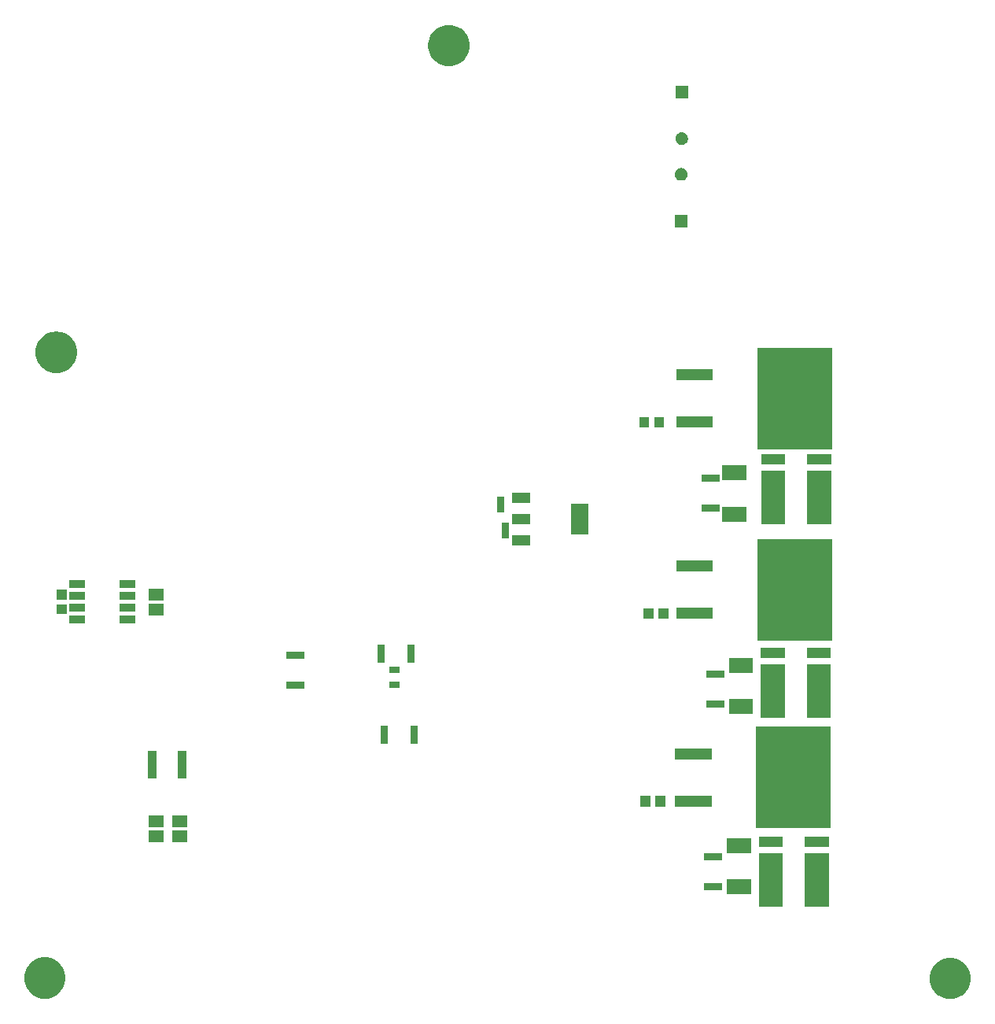
<source format=gbr>
G04 #@! TF.GenerationSoftware,KiCad,Pcbnew,5.0.2+dfsg1-1*
G04 #@! TF.CreationDate,2019-10-08T03:24:47-04:00*
G04 #@! TF.ProjectId,DSC_motor_controller,4453435f-6d6f-4746-9f72-5f636f6e7472,1*
G04 #@! TF.SameCoordinates,Original*
G04 #@! TF.FileFunction,Soldermask,Bot*
G04 #@! TF.FilePolarity,Negative*
%FSLAX46Y46*%
G04 Gerber Fmt 4.6, Leading zero omitted, Abs format (unit mm)*
G04 Created by KiCad (PCBNEW 5.0.2+dfsg1-1) date Tue 08 Oct 2019 03:24:47 AM EDT*
%MOMM*%
%LPD*%
G01*
G04 APERTURE LIST*
%ADD10C,0.100000*%
G04 APERTURE END LIST*
D10*
G36*
X186230466Y-136935974D02*
X186599359Y-137009351D01*
X187004501Y-137177167D01*
X187369120Y-137420797D01*
X187679203Y-137730880D01*
X187922833Y-138095499D01*
X188090649Y-138500641D01*
X188176200Y-138930738D01*
X188176200Y-139369262D01*
X188090649Y-139799359D01*
X187922833Y-140204501D01*
X187679203Y-140569120D01*
X187369120Y-140879203D01*
X187004501Y-141122833D01*
X186599359Y-141290649D01*
X186230466Y-141364026D01*
X186169263Y-141376200D01*
X185730737Y-141376200D01*
X185669534Y-141364026D01*
X185300641Y-141290649D01*
X184895499Y-141122833D01*
X184530880Y-140879203D01*
X184220797Y-140569120D01*
X183977167Y-140204501D01*
X183809351Y-139799359D01*
X183723800Y-139369262D01*
X183723800Y-138930738D01*
X183809351Y-138500641D01*
X183977167Y-138095499D01*
X184220797Y-137730880D01*
X184530880Y-137420797D01*
X184895499Y-137177167D01*
X185300641Y-137009351D01*
X185669534Y-136935974D01*
X185730737Y-136923800D01*
X186169263Y-136923800D01*
X186230466Y-136935974D01*
X186230466Y-136935974D01*
G37*
G36*
X88780466Y-136885974D02*
X89149359Y-136959351D01*
X89554501Y-137127167D01*
X89919120Y-137370797D01*
X90229203Y-137680880D01*
X90472833Y-138045499D01*
X90640649Y-138450641D01*
X90726200Y-138880738D01*
X90726200Y-139319262D01*
X90640649Y-139749359D01*
X90472833Y-140154501D01*
X90229203Y-140519120D01*
X89919120Y-140829203D01*
X89554501Y-141072833D01*
X89149359Y-141240649D01*
X88780466Y-141314026D01*
X88719263Y-141326200D01*
X88280737Y-141326200D01*
X88219534Y-141314026D01*
X87850641Y-141240649D01*
X87445499Y-141072833D01*
X87080880Y-140829203D01*
X86770797Y-140519120D01*
X86527167Y-140154501D01*
X86359351Y-139749359D01*
X86273800Y-139319262D01*
X86273800Y-138880738D01*
X86359351Y-138450641D01*
X86527167Y-138045499D01*
X86770797Y-137680880D01*
X87080880Y-137370797D01*
X87445499Y-137127167D01*
X87850641Y-136959351D01*
X88219534Y-136885974D01*
X88280737Y-136873800D01*
X88719263Y-136873800D01*
X88780466Y-136885974D01*
X88780466Y-136885974D01*
G37*
G36*
X167948200Y-131460200D02*
X165355800Y-131460200D01*
X165355800Y-125707800D01*
X167948200Y-125707800D01*
X167948200Y-131460200D01*
X167948200Y-131460200D01*
G37*
G36*
X172908200Y-131460200D02*
X170315800Y-131460200D01*
X170315800Y-125707800D01*
X172908200Y-125707800D01*
X172908200Y-131460200D01*
X172908200Y-131460200D01*
G37*
G36*
X164499200Y-130086200D02*
X161946800Y-130086200D01*
X161946800Y-128483800D01*
X164499200Y-128483800D01*
X164499200Y-130086200D01*
X164499200Y-130086200D01*
G37*
G36*
X161415200Y-129630200D02*
X159442800Y-129630200D01*
X159442800Y-128857800D01*
X161415200Y-128857800D01*
X161415200Y-129630200D01*
X161415200Y-129630200D01*
G37*
G36*
X161415200Y-126430200D02*
X159442800Y-126430200D01*
X159442800Y-125657800D01*
X161415200Y-125657800D01*
X161415200Y-126430200D01*
X161415200Y-126430200D01*
G37*
G36*
X164499200Y-125636200D02*
X161946800Y-125636200D01*
X161946800Y-124033800D01*
X164499200Y-124033800D01*
X164499200Y-125636200D01*
X164499200Y-125636200D01*
G37*
G36*
X172908200Y-124970200D02*
X170315800Y-124970200D01*
X170315800Y-123927800D01*
X172908200Y-123927800D01*
X172908200Y-124970200D01*
X172908200Y-124970200D01*
G37*
G36*
X167948200Y-124970200D02*
X165355800Y-124970200D01*
X165355800Y-123927800D01*
X167948200Y-123927800D01*
X167948200Y-124970200D01*
X167948200Y-124970200D01*
G37*
G36*
X101296200Y-124480200D02*
X99673800Y-124480200D01*
X99673800Y-123227800D01*
X101296200Y-123227800D01*
X101296200Y-124480200D01*
X101296200Y-124480200D01*
G37*
G36*
X103836200Y-124480200D02*
X102213800Y-124480200D01*
X102213800Y-123227800D01*
X103836200Y-123227800D01*
X103836200Y-124480200D01*
X103836200Y-124480200D01*
G37*
G36*
X173084200Y-122986200D02*
X165031800Y-122986200D01*
X165031800Y-112083800D01*
X173084200Y-112083800D01*
X173084200Y-122986200D01*
X173084200Y-122986200D01*
G37*
G36*
X101296200Y-122860200D02*
X99673800Y-122860200D01*
X99673800Y-121607800D01*
X101296200Y-121607800D01*
X101296200Y-122860200D01*
X101296200Y-122860200D01*
G37*
G36*
X103836200Y-122860200D02*
X102213800Y-122860200D01*
X102213800Y-121607800D01*
X103836200Y-121607800D01*
X103836200Y-122860200D01*
X103836200Y-122860200D01*
G37*
G36*
X160284200Y-120676200D02*
X156331800Y-120676200D01*
X156331800Y-119473800D01*
X160284200Y-119473800D01*
X160284200Y-120676200D01*
X160284200Y-120676200D01*
G37*
G36*
X153678200Y-120651200D02*
X152625800Y-120651200D01*
X152625800Y-119498800D01*
X153678200Y-119498800D01*
X153678200Y-120651200D01*
X153678200Y-120651200D01*
G37*
G36*
X155278200Y-120651200D02*
X154225800Y-120651200D01*
X154225800Y-119498800D01*
X155278200Y-119498800D01*
X155278200Y-120651200D01*
X155278200Y-120651200D01*
G37*
G36*
X103760200Y-117624200D02*
X102797800Y-117624200D01*
X102797800Y-114651800D01*
X103760200Y-114651800D01*
X103760200Y-117624200D01*
X103760200Y-117624200D01*
G37*
G36*
X100560200Y-117624200D02*
X99597800Y-117624200D01*
X99597800Y-114651800D01*
X100560200Y-114651800D01*
X100560200Y-117624200D01*
X100560200Y-117624200D01*
G37*
G36*
X160284200Y-115596200D02*
X156331800Y-115596200D01*
X156331800Y-114393800D01*
X160284200Y-114393800D01*
X160284200Y-115596200D01*
X160284200Y-115596200D01*
G37*
G36*
X128633200Y-113949200D02*
X127860800Y-113949200D01*
X127860800Y-111976800D01*
X128633200Y-111976800D01*
X128633200Y-113949200D01*
X128633200Y-113949200D01*
G37*
G36*
X125433200Y-113949200D02*
X124660800Y-113949200D01*
X124660800Y-111976800D01*
X125433200Y-111976800D01*
X125433200Y-113949200D01*
X125433200Y-113949200D01*
G37*
G36*
X168135200Y-111141200D02*
X165542800Y-111141200D01*
X165542800Y-105388800D01*
X168135200Y-105388800D01*
X168135200Y-111141200D01*
X168135200Y-111141200D01*
G37*
G36*
X173095200Y-111141200D02*
X170502800Y-111141200D01*
X170502800Y-105388800D01*
X173095200Y-105388800D01*
X173095200Y-111141200D01*
X173095200Y-111141200D01*
G37*
G36*
X164689700Y-110721200D02*
X162137300Y-110721200D01*
X162137300Y-109118800D01*
X164689700Y-109118800D01*
X164689700Y-110721200D01*
X164689700Y-110721200D01*
G37*
G36*
X161669200Y-109996200D02*
X159696800Y-109996200D01*
X159696800Y-109223800D01*
X161669200Y-109223800D01*
X161669200Y-109996200D01*
X161669200Y-109996200D01*
G37*
G36*
X116457200Y-107964200D02*
X114484800Y-107964200D01*
X114484800Y-107191800D01*
X116457200Y-107191800D01*
X116457200Y-107964200D01*
X116457200Y-107964200D01*
G37*
G36*
X126685200Y-107924200D02*
X125592800Y-107924200D01*
X125592800Y-107231800D01*
X126685200Y-107231800D01*
X126685200Y-107924200D01*
X126685200Y-107924200D01*
G37*
G36*
X161669200Y-106796200D02*
X159696800Y-106796200D01*
X159696800Y-106023800D01*
X161669200Y-106023800D01*
X161669200Y-106796200D01*
X161669200Y-106796200D01*
G37*
G36*
X126685200Y-106324200D02*
X125592800Y-106324200D01*
X125592800Y-105631800D01*
X126685200Y-105631800D01*
X126685200Y-106324200D01*
X126685200Y-106324200D01*
G37*
G36*
X164689700Y-106271200D02*
X162137300Y-106271200D01*
X162137300Y-104668800D01*
X164689700Y-104668800D01*
X164689700Y-106271200D01*
X164689700Y-106271200D01*
G37*
G36*
X128303200Y-105186200D02*
X127530800Y-105186200D01*
X127530800Y-103213800D01*
X128303200Y-103213800D01*
X128303200Y-105186200D01*
X128303200Y-105186200D01*
G37*
G36*
X125103200Y-105186200D02*
X124330800Y-105186200D01*
X124330800Y-103213800D01*
X125103200Y-103213800D01*
X125103200Y-105186200D01*
X125103200Y-105186200D01*
G37*
G36*
X116457200Y-104764200D02*
X114484800Y-104764200D01*
X114484800Y-103991800D01*
X116457200Y-103991800D01*
X116457200Y-104764200D01*
X116457200Y-104764200D01*
G37*
G36*
X173095200Y-104651200D02*
X170502800Y-104651200D01*
X170502800Y-103608800D01*
X173095200Y-103608800D01*
X173095200Y-104651200D01*
X173095200Y-104651200D01*
G37*
G36*
X168135200Y-104651200D02*
X165542800Y-104651200D01*
X165542800Y-103608800D01*
X168135200Y-103608800D01*
X168135200Y-104651200D01*
X168135200Y-104651200D01*
G37*
G36*
X173218200Y-102793200D02*
X165165800Y-102793200D01*
X165165800Y-91890800D01*
X173218200Y-91890800D01*
X173218200Y-102793200D01*
X173218200Y-102793200D01*
G37*
G36*
X92833200Y-100918200D02*
X91155800Y-100918200D01*
X91155800Y-100115800D01*
X92833200Y-100115800D01*
X92833200Y-100918200D01*
X92833200Y-100918200D01*
G37*
G36*
X98257200Y-100918200D02*
X96579800Y-100918200D01*
X96579800Y-100115800D01*
X98257200Y-100115800D01*
X98257200Y-100918200D01*
X98257200Y-100918200D01*
G37*
G36*
X160418200Y-100483200D02*
X156465800Y-100483200D01*
X156465800Y-99280800D01*
X160418200Y-99280800D01*
X160418200Y-100483200D01*
X160418200Y-100483200D01*
G37*
G36*
X155621200Y-100458200D02*
X154568800Y-100458200D01*
X154568800Y-99305800D01*
X155621200Y-99305800D01*
X155621200Y-100458200D01*
X155621200Y-100458200D01*
G37*
G36*
X154021200Y-100458200D02*
X152968800Y-100458200D01*
X152968800Y-99305800D01*
X154021200Y-99305800D01*
X154021200Y-100458200D01*
X154021200Y-100458200D01*
G37*
G36*
X101296200Y-100096200D02*
X99673800Y-100096200D01*
X99673800Y-98843800D01*
X101296200Y-98843800D01*
X101296200Y-100096200D01*
X101296200Y-100096200D01*
G37*
G36*
X90901200Y-99976200D02*
X89748800Y-99976200D01*
X89748800Y-98923800D01*
X90901200Y-98923800D01*
X90901200Y-99976200D01*
X90901200Y-99976200D01*
G37*
G36*
X98257200Y-99648200D02*
X96579800Y-99648200D01*
X96579800Y-98845800D01*
X98257200Y-98845800D01*
X98257200Y-99648200D01*
X98257200Y-99648200D01*
G37*
G36*
X92833200Y-99648200D02*
X91155800Y-99648200D01*
X91155800Y-98845800D01*
X92833200Y-98845800D01*
X92833200Y-99648200D01*
X92833200Y-99648200D01*
G37*
G36*
X101296200Y-98476200D02*
X99673800Y-98476200D01*
X99673800Y-97223800D01*
X101296200Y-97223800D01*
X101296200Y-98476200D01*
X101296200Y-98476200D01*
G37*
G36*
X92833200Y-98378200D02*
X91155800Y-98378200D01*
X91155800Y-97575800D01*
X92833200Y-97575800D01*
X92833200Y-98378200D01*
X92833200Y-98378200D01*
G37*
G36*
X98257200Y-98378200D02*
X96579800Y-98378200D01*
X96579800Y-97575800D01*
X98257200Y-97575800D01*
X98257200Y-98378200D01*
X98257200Y-98378200D01*
G37*
G36*
X90901200Y-98376200D02*
X89748800Y-98376200D01*
X89748800Y-97323800D01*
X90901200Y-97323800D01*
X90901200Y-98376200D01*
X90901200Y-98376200D01*
G37*
G36*
X92833200Y-97108200D02*
X91155800Y-97108200D01*
X91155800Y-96305800D01*
X92833200Y-96305800D01*
X92833200Y-97108200D01*
X92833200Y-97108200D01*
G37*
G36*
X98257200Y-97108200D02*
X96579800Y-97108200D01*
X96579800Y-96305800D01*
X98257200Y-96305800D01*
X98257200Y-97108200D01*
X98257200Y-97108200D01*
G37*
G36*
X160418200Y-95403200D02*
X156465800Y-95403200D01*
X156465800Y-94200800D01*
X160418200Y-94200800D01*
X160418200Y-95403200D01*
X160418200Y-95403200D01*
G37*
G36*
X140704200Y-92573200D02*
X138801800Y-92573200D01*
X138801800Y-91470800D01*
X140704200Y-91470800D01*
X140704200Y-92573200D01*
X140704200Y-92573200D01*
G37*
G36*
X138463200Y-91828200D02*
X137690800Y-91828200D01*
X137690800Y-90155800D01*
X138463200Y-90155800D01*
X138463200Y-91828200D01*
X138463200Y-91828200D01*
G37*
G36*
X147004200Y-91398200D02*
X145101800Y-91398200D01*
X145101800Y-88045800D01*
X147004200Y-88045800D01*
X147004200Y-91398200D01*
X147004200Y-91398200D01*
G37*
G36*
X168195200Y-90312200D02*
X165602800Y-90312200D01*
X165602800Y-84559800D01*
X168195200Y-84559800D01*
X168195200Y-90312200D01*
X168195200Y-90312200D01*
G37*
G36*
X173155200Y-90312200D02*
X170562800Y-90312200D01*
X170562800Y-84559800D01*
X173155200Y-84559800D01*
X173155200Y-90312200D01*
X173155200Y-90312200D01*
G37*
G36*
X140704200Y-90273200D02*
X138801800Y-90273200D01*
X138801800Y-89170800D01*
X140704200Y-89170800D01*
X140704200Y-90273200D01*
X140704200Y-90273200D01*
G37*
G36*
X163991200Y-90017700D02*
X161438800Y-90017700D01*
X161438800Y-88415300D01*
X163991200Y-88415300D01*
X163991200Y-90017700D01*
X163991200Y-90017700D01*
G37*
G36*
X137955200Y-88986200D02*
X137182800Y-88986200D01*
X137182800Y-87313800D01*
X137955200Y-87313800D01*
X137955200Y-88986200D01*
X137955200Y-88986200D01*
G37*
G36*
X161161200Y-88914200D02*
X159188800Y-88914200D01*
X159188800Y-88141800D01*
X161161200Y-88141800D01*
X161161200Y-88914200D01*
X161161200Y-88914200D01*
G37*
G36*
X140704200Y-87973200D02*
X138801800Y-87973200D01*
X138801800Y-86870800D01*
X140704200Y-86870800D01*
X140704200Y-87973200D01*
X140704200Y-87973200D01*
G37*
G36*
X161161200Y-85714200D02*
X159188800Y-85714200D01*
X159188800Y-84941800D01*
X161161200Y-84941800D01*
X161161200Y-85714200D01*
X161161200Y-85714200D01*
G37*
G36*
X163991200Y-85567700D02*
X161438800Y-85567700D01*
X161438800Y-83965300D01*
X163991200Y-83965300D01*
X163991200Y-85567700D01*
X163991200Y-85567700D01*
G37*
G36*
X173155200Y-83822200D02*
X170562800Y-83822200D01*
X170562800Y-82779800D01*
X173155200Y-82779800D01*
X173155200Y-83822200D01*
X173155200Y-83822200D01*
G37*
G36*
X168195200Y-83822200D02*
X165602800Y-83822200D01*
X165602800Y-82779800D01*
X168195200Y-82779800D01*
X168195200Y-83822200D01*
X168195200Y-83822200D01*
G37*
G36*
X173218200Y-82219200D02*
X165165800Y-82219200D01*
X165165800Y-71316800D01*
X173218200Y-71316800D01*
X173218200Y-82219200D01*
X173218200Y-82219200D01*
G37*
G36*
X160418200Y-79909200D02*
X156465800Y-79909200D01*
X156465800Y-78706800D01*
X160418200Y-78706800D01*
X160418200Y-79909200D01*
X160418200Y-79909200D01*
G37*
G36*
X155151200Y-79884200D02*
X154098800Y-79884200D01*
X154098800Y-78731800D01*
X155151200Y-78731800D01*
X155151200Y-79884200D01*
X155151200Y-79884200D01*
G37*
G36*
X153551200Y-79884200D02*
X152498800Y-79884200D01*
X152498800Y-78731800D01*
X153551200Y-78731800D01*
X153551200Y-79884200D01*
X153551200Y-79884200D01*
G37*
G36*
X160418200Y-74829200D02*
X156465800Y-74829200D01*
X156465800Y-73626800D01*
X160418200Y-73626800D01*
X160418200Y-74829200D01*
X160418200Y-74829200D01*
G37*
G36*
X90030466Y-69585974D02*
X90399359Y-69659351D01*
X90804501Y-69827167D01*
X91169120Y-70070797D01*
X91479203Y-70380880D01*
X91722833Y-70745499D01*
X91890649Y-71150641D01*
X91976200Y-71580738D01*
X91976200Y-72019262D01*
X91890649Y-72449359D01*
X91722833Y-72854501D01*
X91479203Y-73219120D01*
X91169120Y-73529203D01*
X90804501Y-73772833D01*
X90399359Y-73940649D01*
X90030466Y-74014026D01*
X89969263Y-74026200D01*
X89530737Y-74026200D01*
X89469534Y-74014026D01*
X89100641Y-73940649D01*
X88695499Y-73772833D01*
X88330880Y-73529203D01*
X88020797Y-73219120D01*
X87777167Y-72854501D01*
X87609351Y-72449359D01*
X87523800Y-72019262D01*
X87523800Y-71580738D01*
X87609351Y-71150641D01*
X87777167Y-70745499D01*
X88020797Y-70380880D01*
X88330880Y-70070797D01*
X88695499Y-69827167D01*
X89100641Y-69659351D01*
X89469534Y-69585974D01*
X89530737Y-69573800D01*
X89969263Y-69573800D01*
X90030466Y-69585974D01*
X90030466Y-69585974D01*
G37*
G36*
X157676200Y-58326200D02*
X156323800Y-58326200D01*
X156323800Y-56973800D01*
X157676200Y-56973800D01*
X157676200Y-58326200D01*
X157676200Y-58326200D01*
G37*
G36*
X157197241Y-51999785D02*
X157320301Y-52050759D01*
X157431053Y-52124761D01*
X157525239Y-52218947D01*
X157599241Y-52329699D01*
X157650215Y-52452759D01*
X157676200Y-52583399D01*
X157676200Y-52716601D01*
X157650215Y-52847241D01*
X157599241Y-52970301D01*
X157525239Y-53081053D01*
X157431053Y-53175239D01*
X157320301Y-53249241D01*
X157197241Y-53300215D01*
X157066601Y-53326200D01*
X156933399Y-53326200D01*
X156802759Y-53300215D01*
X156679699Y-53249241D01*
X156568947Y-53175239D01*
X156474761Y-53081053D01*
X156400759Y-52970301D01*
X156349785Y-52847241D01*
X156323800Y-52716601D01*
X156323800Y-52583399D01*
X156349785Y-52452759D01*
X156400759Y-52329699D01*
X156474761Y-52218947D01*
X156568947Y-52124761D01*
X156679699Y-52050759D01*
X156802759Y-51999785D01*
X156933399Y-51973800D01*
X157066601Y-51973800D01*
X157197241Y-51999785D01*
X157197241Y-51999785D01*
G37*
G36*
X157247241Y-48149785D02*
X157370301Y-48200759D01*
X157481053Y-48274761D01*
X157575239Y-48368947D01*
X157649241Y-48479699D01*
X157700215Y-48602759D01*
X157726200Y-48733399D01*
X157726200Y-48866601D01*
X157700215Y-48997241D01*
X157649241Y-49120301D01*
X157575239Y-49231053D01*
X157481053Y-49325239D01*
X157370301Y-49399241D01*
X157247241Y-49450215D01*
X157116601Y-49476200D01*
X156983399Y-49476200D01*
X156852759Y-49450215D01*
X156729699Y-49399241D01*
X156618947Y-49325239D01*
X156524761Y-49231053D01*
X156450759Y-49120301D01*
X156399785Y-48997241D01*
X156373800Y-48866601D01*
X156373800Y-48733399D01*
X156399785Y-48602759D01*
X156450759Y-48479699D01*
X156524761Y-48368947D01*
X156618947Y-48274761D01*
X156729699Y-48200759D01*
X156852759Y-48149785D01*
X156983399Y-48123800D01*
X157116601Y-48123800D01*
X157247241Y-48149785D01*
X157247241Y-48149785D01*
G37*
G36*
X157726200Y-44476200D02*
X156373800Y-44476200D01*
X156373800Y-43123800D01*
X157726200Y-43123800D01*
X157726200Y-44476200D01*
X157726200Y-44476200D01*
G37*
G36*
X132280466Y-36585974D02*
X132649359Y-36659351D01*
X133054501Y-36827167D01*
X133419120Y-37070797D01*
X133729203Y-37380880D01*
X133972833Y-37745499D01*
X134140649Y-38150641D01*
X134226200Y-38580738D01*
X134226200Y-39019262D01*
X134140649Y-39449359D01*
X133972833Y-39854501D01*
X133729203Y-40219120D01*
X133419120Y-40529203D01*
X133054501Y-40772833D01*
X132649359Y-40940649D01*
X132280466Y-41014026D01*
X132219263Y-41026200D01*
X131780737Y-41026200D01*
X131719534Y-41014026D01*
X131350641Y-40940649D01*
X130945499Y-40772833D01*
X130580880Y-40529203D01*
X130270797Y-40219120D01*
X130027167Y-39854501D01*
X129859351Y-39449359D01*
X129773800Y-39019262D01*
X129773800Y-38580738D01*
X129859351Y-38150641D01*
X130027167Y-37745499D01*
X130270797Y-37380880D01*
X130580880Y-37070797D01*
X130945499Y-36827167D01*
X131350641Y-36659351D01*
X131719534Y-36585974D01*
X131780737Y-36573800D01*
X132219263Y-36573800D01*
X132280466Y-36585974D01*
X132280466Y-36585974D01*
G37*
M02*

</source>
